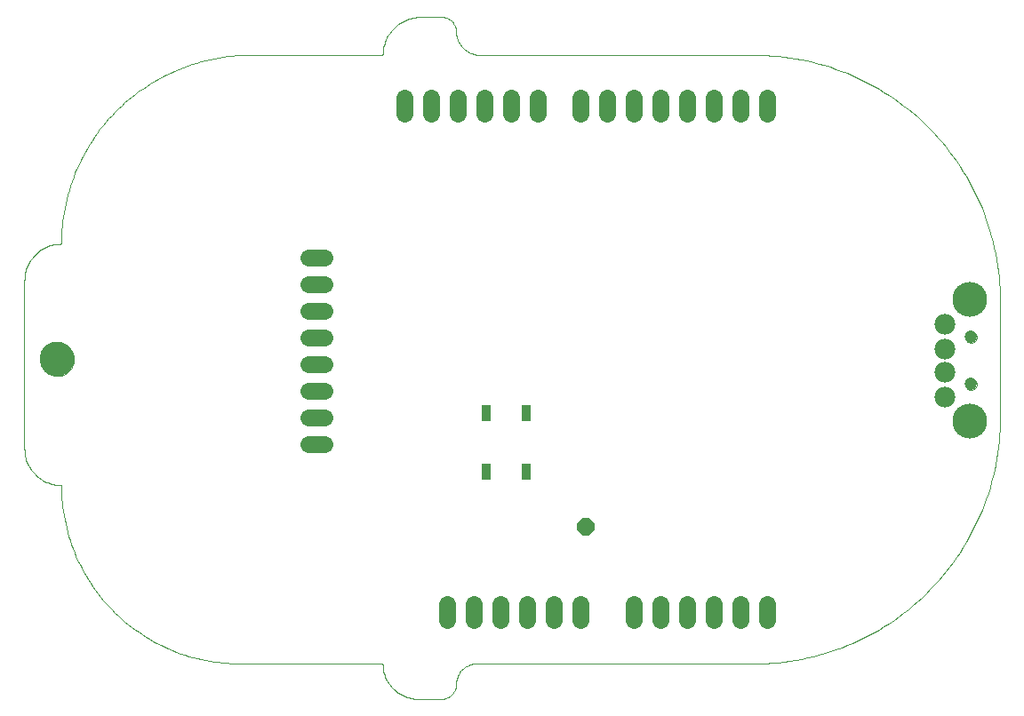
<source format=gbs>
G75*
%MOIN*%
%OFA0B0*%
%FSLAX24Y24*%
%IPPOS*%
%LPD*%
%AMOC8*
5,1,8,0,0,1.08239X$1,22.5*
%
%ADD10C,0.0000*%
%ADD11C,0.1300*%
%ADD12C,0.0780*%
%ADD13C,0.1306*%
%ADD14C,0.0473*%
%ADD15C,0.0640*%
%ADD16R,0.0340X0.0640*%
%ADD17OC8,0.0640*%
D10*
X008171Y001568D02*
X013535Y001568D01*
X013537Y001496D01*
X013543Y001424D01*
X013553Y001353D01*
X013566Y001282D01*
X013583Y001212D01*
X013605Y001144D01*
X013629Y001076D01*
X013658Y001010D01*
X013690Y000945D01*
X013725Y000883D01*
X013764Y000822D01*
X013806Y000764D01*
X013851Y000708D01*
X013899Y000654D01*
X013950Y000603D01*
X014004Y000555D01*
X014060Y000510D01*
X014118Y000468D01*
X014179Y000429D01*
X014241Y000394D01*
X014306Y000362D01*
X014372Y000333D01*
X014440Y000309D01*
X014508Y000287D01*
X014578Y000270D01*
X014649Y000257D01*
X014720Y000247D01*
X014792Y000241D01*
X014864Y000239D01*
X015734Y000239D01*
X015780Y000241D01*
X015826Y000247D01*
X015871Y000256D01*
X015915Y000269D01*
X015958Y000286D01*
X015999Y000306D01*
X016039Y000330D01*
X016076Y000356D01*
X016111Y000386D01*
X016144Y000419D01*
X016174Y000454D01*
X016200Y000491D01*
X016224Y000531D01*
X016244Y000572D01*
X016261Y000615D01*
X016274Y000659D01*
X016283Y000704D01*
X016289Y000750D01*
X016291Y000796D01*
X016293Y000849D01*
X016298Y000901D01*
X016307Y000953D01*
X016320Y001004D01*
X016336Y001055D01*
X016355Y001104D01*
X016378Y001151D01*
X016403Y001197D01*
X016432Y001241D01*
X016464Y001283D01*
X016499Y001323D01*
X016536Y001360D01*
X016576Y001395D01*
X016618Y001427D01*
X016662Y001456D01*
X016708Y001481D01*
X016755Y001504D01*
X016804Y001523D01*
X016855Y001539D01*
X016906Y001552D01*
X016958Y001561D01*
X017010Y001566D01*
X017063Y001568D01*
X027463Y001568D01*
X027463Y001567D02*
X027686Y001570D01*
X027909Y001578D01*
X028132Y001592D01*
X028354Y001611D01*
X028576Y001636D01*
X028797Y001665D01*
X029017Y001700D01*
X029237Y001741D01*
X029455Y001787D01*
X029672Y001838D01*
X029888Y001894D01*
X030102Y001955D01*
X030315Y002022D01*
X030527Y002094D01*
X030736Y002170D01*
X030944Y002252D01*
X031149Y002339D01*
X031352Y002431D01*
X031554Y002528D01*
X031752Y002629D01*
X031948Y002735D01*
X032142Y002846D01*
X032333Y002962D01*
X032521Y003082D01*
X032706Y003207D01*
X032888Y003336D01*
X033066Y003470D01*
X033242Y003607D01*
X033414Y003749D01*
X033582Y003895D01*
X033747Y004046D01*
X033909Y004200D01*
X034066Y004358D01*
X034220Y004519D01*
X034370Y004685D01*
X034516Y004853D01*
X034657Y005026D01*
X034795Y005202D01*
X034928Y005381D01*
X035056Y005563D01*
X035181Y005748D01*
X035301Y005936D01*
X035416Y006127D01*
X035526Y006321D01*
X035632Y006518D01*
X035733Y006716D01*
X035829Y006918D01*
X035921Y007121D01*
X036007Y007327D01*
X036089Y007535D01*
X036165Y007744D01*
X036236Y007956D01*
X036302Y008169D01*
X036363Y008383D01*
X036419Y008599D01*
X036470Y008817D01*
X036515Y009035D01*
X036555Y009255D01*
X036590Y009475D01*
X036619Y009696D01*
X036643Y009918D01*
X036661Y010140D01*
X036675Y010363D01*
X036683Y010586D01*
X036685Y010809D01*
X036685Y015181D01*
X035373Y013822D02*
X035375Y013851D01*
X035381Y013879D01*
X035390Y013907D01*
X035403Y013933D01*
X035420Y013956D01*
X035439Y013978D01*
X035461Y013997D01*
X035486Y014012D01*
X035512Y014025D01*
X035540Y014033D01*
X035568Y014038D01*
X035597Y014039D01*
X035626Y014036D01*
X035654Y014029D01*
X035681Y014019D01*
X035707Y014005D01*
X035730Y013988D01*
X035751Y013968D01*
X035769Y013945D01*
X035784Y013920D01*
X035795Y013893D01*
X035803Y013865D01*
X035807Y013836D01*
X035807Y013808D01*
X035803Y013779D01*
X035795Y013751D01*
X035784Y013724D01*
X035769Y013699D01*
X035751Y013676D01*
X035730Y013656D01*
X035707Y013639D01*
X035681Y013625D01*
X035654Y013615D01*
X035626Y013608D01*
X035597Y013605D01*
X035568Y013606D01*
X035540Y013611D01*
X035512Y013619D01*
X035486Y013632D01*
X035461Y013647D01*
X035439Y013666D01*
X035420Y013688D01*
X035403Y013711D01*
X035390Y013737D01*
X035381Y013765D01*
X035375Y013793D01*
X035373Y013822D01*
X035373Y012050D02*
X035375Y012079D01*
X035381Y012107D01*
X035390Y012135D01*
X035403Y012161D01*
X035420Y012184D01*
X035439Y012206D01*
X035461Y012225D01*
X035486Y012240D01*
X035512Y012253D01*
X035540Y012261D01*
X035568Y012266D01*
X035597Y012267D01*
X035626Y012264D01*
X035654Y012257D01*
X035681Y012247D01*
X035707Y012233D01*
X035730Y012216D01*
X035751Y012196D01*
X035769Y012173D01*
X035784Y012148D01*
X035795Y012121D01*
X035803Y012093D01*
X035807Y012064D01*
X035807Y012036D01*
X035803Y012007D01*
X035795Y011979D01*
X035784Y011952D01*
X035769Y011927D01*
X035751Y011904D01*
X035730Y011884D01*
X035707Y011867D01*
X035681Y011853D01*
X035654Y011843D01*
X035626Y011836D01*
X035597Y011833D01*
X035568Y011834D01*
X035540Y011839D01*
X035512Y011847D01*
X035486Y011860D01*
X035461Y011875D01*
X035439Y011894D01*
X035420Y011916D01*
X035403Y011939D01*
X035390Y011965D01*
X035381Y011993D01*
X035375Y012021D01*
X035373Y012050D01*
X036685Y015181D02*
X036682Y015404D01*
X036674Y015627D01*
X036661Y015849D01*
X036642Y016071D01*
X036618Y016293D01*
X036588Y016513D01*
X036553Y016734D01*
X036513Y016953D01*
X036468Y017171D01*
X036417Y017388D01*
X036361Y017604D01*
X036300Y017818D01*
X036234Y018031D01*
X036162Y018242D01*
X036086Y018451D01*
X036004Y018659D01*
X035918Y018864D01*
X035826Y019067D01*
X035730Y019268D01*
X035629Y019467D01*
X035523Y019663D01*
X035412Y019856D01*
X035297Y020047D01*
X035177Y020235D01*
X035053Y020420D01*
X034924Y020602D01*
X034791Y020780D01*
X034653Y020956D01*
X034512Y021128D01*
X034366Y021296D01*
X034216Y021461D01*
X034062Y021623D01*
X033905Y021780D01*
X033743Y021934D01*
X033578Y022084D01*
X033410Y022230D01*
X033238Y022371D01*
X033062Y022509D01*
X032884Y022642D01*
X032702Y022771D01*
X032517Y022895D01*
X032329Y023015D01*
X032138Y023130D01*
X031945Y023241D01*
X031749Y023347D01*
X031550Y023448D01*
X031349Y023544D01*
X031146Y023636D01*
X030941Y023722D01*
X030733Y023804D01*
X030524Y023880D01*
X030313Y023952D01*
X030100Y024018D01*
X029886Y024079D01*
X029670Y024135D01*
X029453Y024186D01*
X029235Y024231D01*
X029016Y024271D01*
X028795Y024306D01*
X028575Y024336D01*
X028353Y024360D01*
X028131Y024379D01*
X027909Y024392D01*
X027686Y024400D01*
X027463Y024403D01*
X027463Y024402D02*
X017161Y024402D01*
X017161Y024403D02*
X017104Y024405D01*
X017047Y024410D01*
X016991Y024420D01*
X016936Y024433D01*
X016881Y024449D01*
X016828Y024469D01*
X016776Y024493D01*
X016726Y024520D01*
X016678Y024550D01*
X016631Y024583D01*
X016587Y024619D01*
X016546Y024658D01*
X016507Y024699D01*
X016471Y024743D01*
X016438Y024790D01*
X016408Y024838D01*
X016381Y024888D01*
X016357Y024940D01*
X016337Y024993D01*
X016321Y025048D01*
X016308Y025103D01*
X016298Y025159D01*
X016293Y025216D01*
X016291Y025273D01*
X016289Y025319D01*
X016283Y025365D01*
X016274Y025410D01*
X016261Y025454D01*
X016244Y025497D01*
X016224Y025538D01*
X016200Y025578D01*
X016174Y025615D01*
X016144Y025650D01*
X016111Y025683D01*
X016076Y025713D01*
X016039Y025739D01*
X015999Y025763D01*
X015958Y025783D01*
X015915Y025800D01*
X015871Y025813D01*
X015826Y025822D01*
X015780Y025828D01*
X015734Y025830D01*
X014962Y025830D01*
X014962Y025829D02*
X014887Y025827D01*
X014813Y025821D01*
X014739Y025811D01*
X014665Y025798D01*
X014593Y025780D01*
X014521Y025759D01*
X014451Y025734D01*
X014382Y025706D01*
X014314Y025673D01*
X014249Y025638D01*
X014185Y025599D01*
X014123Y025556D01*
X014064Y025511D01*
X014007Y025462D01*
X013953Y025411D01*
X013902Y025357D01*
X013853Y025300D01*
X013808Y025241D01*
X013765Y025179D01*
X013726Y025116D01*
X013691Y025050D01*
X013658Y024982D01*
X013630Y024913D01*
X013605Y024843D01*
X013584Y024771D01*
X013566Y024699D01*
X013553Y024625D01*
X013543Y024551D01*
X013537Y024477D01*
X013535Y024402D01*
X008565Y024402D01*
X008565Y024403D02*
X008394Y024401D01*
X008223Y024395D01*
X008052Y024384D01*
X007881Y024370D01*
X007711Y024351D01*
X007541Y024329D01*
X007372Y024302D01*
X007203Y024271D01*
X007036Y024236D01*
X006869Y024197D01*
X006703Y024154D01*
X006539Y024107D01*
X006375Y024056D01*
X006213Y024001D01*
X006052Y023942D01*
X005893Y023880D01*
X005735Y023813D01*
X005579Y023743D01*
X005424Y023669D01*
X005272Y023591D01*
X005121Y023510D01*
X004972Y023425D01*
X004826Y023336D01*
X004681Y023244D01*
X004539Y023148D01*
X004399Y023050D01*
X004262Y022947D01*
X004127Y022842D01*
X003995Y022733D01*
X003865Y022621D01*
X003739Y022506D01*
X003615Y022387D01*
X003494Y022266D01*
X003375Y022142D01*
X003260Y022016D01*
X003148Y021886D01*
X003039Y021754D01*
X002934Y021619D01*
X002831Y021482D01*
X002733Y021342D01*
X002637Y021200D01*
X002545Y021055D01*
X002456Y020909D01*
X002371Y020760D01*
X002290Y020609D01*
X002212Y020457D01*
X002138Y020302D01*
X002068Y020146D01*
X002001Y019988D01*
X001939Y019829D01*
X001880Y019668D01*
X001825Y019506D01*
X001774Y019342D01*
X001727Y019178D01*
X001684Y019012D01*
X001645Y018845D01*
X001610Y018678D01*
X001579Y018509D01*
X001552Y018340D01*
X001530Y018170D01*
X001511Y018000D01*
X001497Y017829D01*
X001486Y017658D01*
X001480Y017487D01*
X001478Y017316D01*
X001406Y017314D01*
X001334Y017308D01*
X001262Y017299D01*
X001191Y017286D01*
X001121Y017269D01*
X001052Y017249D01*
X000984Y017224D01*
X000918Y017197D01*
X000852Y017166D01*
X000789Y017131D01*
X000727Y017094D01*
X000668Y017053D01*
X000611Y017009D01*
X000556Y016962D01*
X000504Y016912D01*
X000454Y016860D01*
X000407Y016805D01*
X000363Y016748D01*
X000322Y016689D01*
X000285Y016627D01*
X000250Y016564D01*
X000219Y016498D01*
X000192Y016432D01*
X000167Y016364D01*
X000147Y016295D01*
X000130Y016225D01*
X000117Y016154D01*
X000108Y016082D01*
X000102Y016010D01*
X000100Y015938D01*
X000100Y009639D01*
X000102Y009567D01*
X000108Y009495D01*
X000117Y009423D01*
X000130Y009352D01*
X000147Y009282D01*
X000167Y009213D01*
X000192Y009145D01*
X000219Y009079D01*
X000250Y009013D01*
X000285Y008950D01*
X000322Y008888D01*
X000363Y008829D01*
X000407Y008772D01*
X000454Y008717D01*
X000504Y008665D01*
X000556Y008615D01*
X000611Y008568D01*
X000668Y008524D01*
X000727Y008483D01*
X000789Y008446D01*
X000852Y008411D01*
X000918Y008380D01*
X000984Y008353D01*
X001052Y008328D01*
X001121Y008308D01*
X001191Y008291D01*
X001262Y008278D01*
X001334Y008269D01*
X001406Y008263D01*
X001478Y008261D01*
X001480Y008099D01*
X001486Y007938D01*
X001496Y007776D01*
X001509Y007615D01*
X001527Y007454D01*
X001548Y007294D01*
X001574Y007134D01*
X001603Y006975D01*
X001636Y006817D01*
X001672Y006659D01*
X001713Y006503D01*
X001757Y006347D01*
X001806Y006193D01*
X001857Y006040D01*
X001913Y005888D01*
X001972Y005737D01*
X002035Y005588D01*
X002101Y005441D01*
X002171Y005295D01*
X002245Y005151D01*
X002322Y005008D01*
X002402Y004868D01*
X002486Y004730D01*
X002573Y004593D01*
X002663Y004459D01*
X002756Y004327D01*
X002853Y004197D01*
X002953Y004070D01*
X003055Y003945D01*
X003161Y003823D01*
X003270Y003703D01*
X003381Y003586D01*
X003496Y003471D01*
X003613Y003360D01*
X003733Y003251D01*
X003855Y003145D01*
X003980Y003043D01*
X004107Y002943D01*
X004237Y002846D01*
X004369Y002753D01*
X004503Y002663D01*
X004640Y002576D01*
X004778Y002492D01*
X004918Y002412D01*
X005061Y002335D01*
X005205Y002261D01*
X005351Y002191D01*
X005498Y002125D01*
X005647Y002062D01*
X005798Y002003D01*
X005950Y001947D01*
X006103Y001896D01*
X006257Y001847D01*
X006413Y001803D01*
X006569Y001762D01*
X006727Y001726D01*
X006885Y001693D01*
X007044Y001664D01*
X007204Y001638D01*
X007364Y001617D01*
X007525Y001599D01*
X007686Y001586D01*
X007848Y001576D01*
X008009Y001570D01*
X008171Y001568D01*
X000698Y012985D02*
X000700Y013035D01*
X000706Y013085D01*
X000716Y013134D01*
X000730Y013182D01*
X000747Y013229D01*
X000768Y013274D01*
X000793Y013318D01*
X000821Y013359D01*
X000853Y013398D01*
X000887Y013435D01*
X000924Y013469D01*
X000964Y013499D01*
X001006Y013526D01*
X001050Y013550D01*
X001096Y013571D01*
X001143Y013587D01*
X001191Y013600D01*
X001241Y013609D01*
X001290Y013614D01*
X001341Y013615D01*
X001391Y013612D01*
X001440Y013605D01*
X001489Y013594D01*
X001537Y013579D01*
X001583Y013561D01*
X001628Y013539D01*
X001671Y013513D01*
X001712Y013484D01*
X001751Y013452D01*
X001787Y013417D01*
X001819Y013379D01*
X001849Y013339D01*
X001876Y013296D01*
X001899Y013252D01*
X001918Y013206D01*
X001934Y013158D01*
X001946Y013109D01*
X001954Y013060D01*
X001958Y013010D01*
X001958Y012960D01*
X001954Y012910D01*
X001946Y012861D01*
X001934Y012812D01*
X001918Y012764D01*
X001899Y012718D01*
X001876Y012674D01*
X001849Y012631D01*
X001819Y012591D01*
X001787Y012553D01*
X001751Y012518D01*
X001712Y012486D01*
X001671Y012457D01*
X001628Y012431D01*
X001583Y012409D01*
X001537Y012391D01*
X001489Y012376D01*
X001440Y012365D01*
X001391Y012358D01*
X001341Y012355D01*
X001290Y012356D01*
X001241Y012361D01*
X001191Y012370D01*
X001143Y012383D01*
X001096Y012399D01*
X001050Y012420D01*
X001006Y012444D01*
X000964Y012471D01*
X000924Y012501D01*
X000887Y012535D01*
X000853Y012572D01*
X000821Y012611D01*
X000793Y012652D01*
X000768Y012696D01*
X000747Y012741D01*
X000730Y012788D01*
X000716Y012836D01*
X000706Y012885D01*
X000700Y012935D01*
X000698Y012985D01*
D11*
X001328Y012985D03*
D12*
X034606Y013380D03*
X034606Y012492D03*
X034606Y011558D03*
X034606Y014314D03*
D13*
X035551Y015219D03*
X035551Y010652D03*
D14*
X035590Y012050D03*
X035590Y013822D03*
D15*
X027952Y022193D02*
X027952Y022793D01*
X026952Y022793D02*
X026952Y022193D01*
X025952Y022193D02*
X025952Y022793D01*
X024952Y022793D02*
X024952Y022193D01*
X023952Y022193D02*
X023952Y022793D01*
X022952Y022793D02*
X022952Y022193D01*
X021952Y022193D02*
X021952Y022793D01*
X020952Y022793D02*
X020952Y022193D01*
X019352Y022193D02*
X019352Y022793D01*
X018352Y022793D02*
X018352Y022193D01*
X017352Y022193D02*
X017352Y022793D01*
X016352Y022793D02*
X016352Y022193D01*
X015352Y022193D02*
X015352Y022793D01*
X014352Y022793D02*
X014352Y022193D01*
X011364Y016791D02*
X010764Y016791D01*
X010764Y015791D02*
X011364Y015791D01*
X011364Y014791D02*
X010764Y014791D01*
X010764Y013791D02*
X011364Y013791D01*
X011364Y012791D02*
X010764Y012791D01*
X010764Y011791D02*
X011364Y011791D01*
X011364Y010791D02*
X010764Y010791D01*
X010764Y009791D02*
X011364Y009791D01*
X015952Y003793D02*
X015952Y003193D01*
X016952Y003193D02*
X016952Y003793D01*
X017952Y003793D02*
X017952Y003193D01*
X018952Y003193D02*
X018952Y003793D01*
X019952Y003793D02*
X019952Y003193D01*
X020952Y003193D02*
X020952Y003793D01*
X022952Y003793D02*
X022952Y003193D01*
X023952Y003193D02*
X023952Y003793D01*
X024952Y003793D02*
X024952Y003193D01*
X025952Y003193D02*
X025952Y003793D01*
X026952Y003793D02*
X026952Y003193D01*
X027952Y003193D02*
X027952Y003793D01*
D16*
X018922Y008751D03*
X017422Y008751D03*
X017422Y010951D03*
X018922Y010951D03*
D17*
X021163Y006686D03*
M02*

</source>
